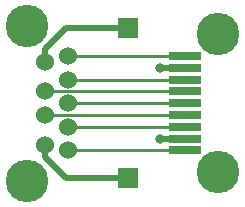
<source format=gbr>
G04 #@! TF.GenerationSoftware,KiCad,Pcbnew,(5.0-dev-4115-gdd04bcb)*
G04 #@! TF.CreationDate,2018-06-11T00:34:32-07:00*
G04 #@! TF.ProjectId,USB-Voltage-Probe,5553422D566F6C746167652D50726F62,rev?*
G04 #@! TF.SameCoordinates,Original*
G04 #@! TF.FileFunction,Copper,L1,Top,Signal*
G04 #@! TF.FilePolarity,Positive*
%FSLAX46Y46*%
G04 Gerber Fmt 4.6, Leading zero omitted, Abs format (unit mm)*
G04 Created by KiCad (PCBNEW (5.0-dev-4115-gdd04bcb)) date Monday, June 11, 2018 at 12:34:32 AM*
%MOMM*%
%LPD*%
G01*
G04 APERTURE LIST*
%ADD10R,1.700000X1.700000*%
%ADD11C,1.524000*%
%ADD12C,3.600000*%
%ADD13R,2.780000X0.800000*%
%ADD14C,0.800000*%
%ADD15C,0.250000*%
%ADD16C,0.500000*%
G04 APERTURE END LIST*
D10*
X154940000Y-60960000D03*
X154940000Y-48260000D03*
D11*
X149860000Y-54610000D03*
X149860000Y-52610000D03*
X149860000Y-50610000D03*
X149860000Y-56610000D03*
X149860000Y-58610000D03*
X147860000Y-51110000D03*
X147860000Y-53610000D03*
X147860000Y-55610000D03*
X147860000Y-58110000D03*
D12*
X146360000Y-61180000D03*
X146360000Y-48040000D03*
D13*
X159710000Y-54610000D03*
X159710000Y-53610000D03*
X159710000Y-52610000D03*
X159710000Y-51610000D03*
X159710000Y-55610000D03*
X159710000Y-56610000D03*
X159710000Y-57610000D03*
X159710000Y-50610000D03*
X159710000Y-58610000D03*
D12*
X162550000Y-48760000D03*
X162550000Y-60460000D03*
D14*
X157575000Y-51600000D03*
X157575000Y-57625000D03*
D15*
X149860000Y-54610000D02*
X159710000Y-54610000D01*
X149860000Y-52610000D02*
X159710000Y-52610000D01*
X149860000Y-50610000D02*
X159710000Y-50610000D01*
X149860000Y-56610000D02*
X159710000Y-56610000D01*
X149860000Y-58610000D02*
X159710000Y-58610000D01*
D16*
X157575000Y-51600000D02*
X159700000Y-51600000D01*
X159700000Y-51600000D02*
X159710000Y-51610000D01*
X147860000Y-51110000D02*
X147860000Y-50032370D01*
X147860000Y-50032370D02*
X149632370Y-48260000D01*
X149632370Y-48260000D02*
X154940000Y-48260000D01*
D15*
X147860000Y-53610000D02*
X159710000Y-53610000D01*
X147860000Y-55610000D02*
X159710000Y-55610000D01*
D16*
X157575000Y-57625000D02*
X159695000Y-57625000D01*
X159695000Y-57625000D02*
X159710000Y-57610000D01*
X147860000Y-58110000D02*
X147860000Y-59187630D01*
X147860000Y-59187630D02*
X149632370Y-60960000D01*
X149632370Y-60960000D02*
X153590000Y-60960000D01*
X153590000Y-60960000D02*
X154940000Y-60960000D01*
M02*

</source>
